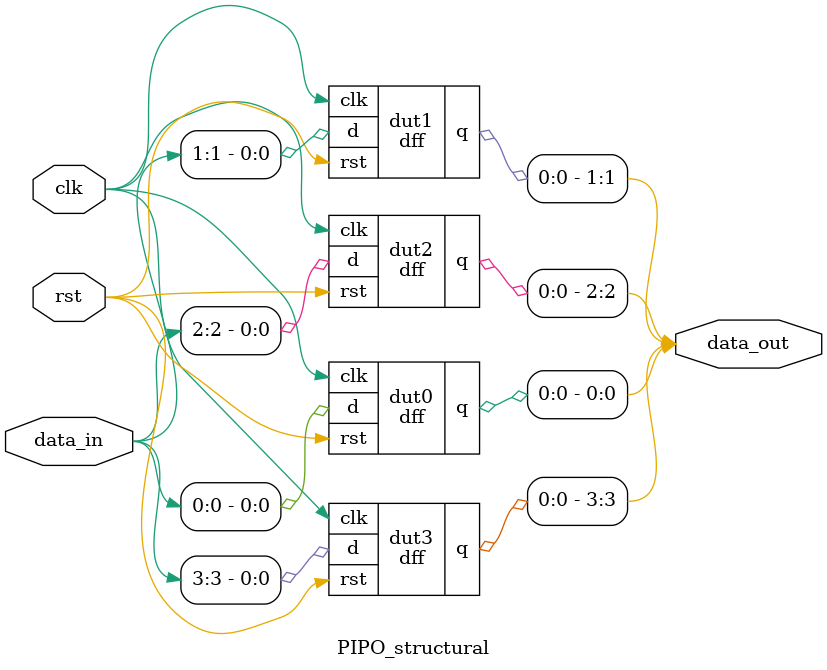
<source format=v>
module dff(
  output reg q,
  input clk, rst, d
);
  always @(posedge clk) begin
    if (rst)
      q <= 1'b0;
    else
      q <= d;
  end
endmodule

module PIPO_structural(
  output [3:0] data_out,
  input clk, rst,
  input [3:0] data_in
);
  dff dut3(data_out[3], clk, rst, data_in[3]);
  dff dut2(data_out[2], clk, rst, data_in[2]);
  dff dut1(data_out[1], clk, rst, data_in[1]);
  dff dut0(data_out[0], clk, rst, data_in[0]);
endmodule

</source>
